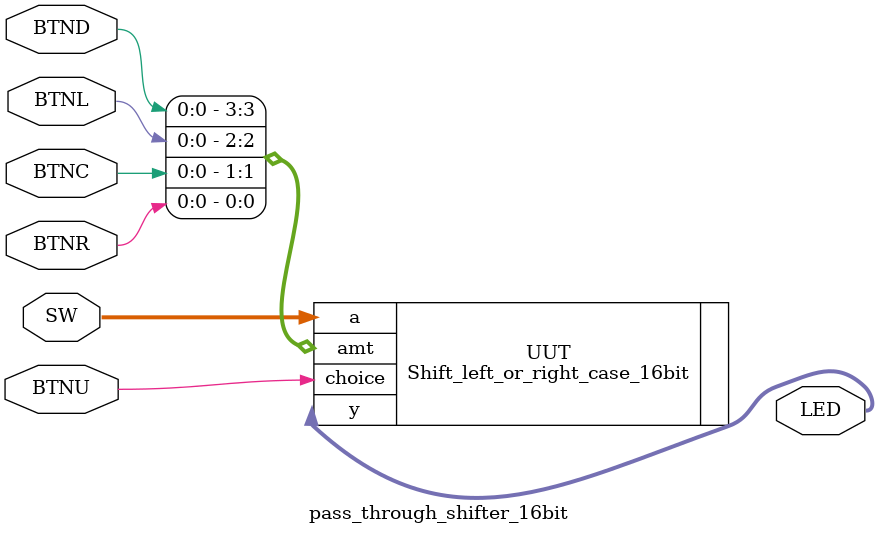
<source format=v>
`timescale 1ns / 1ps

module pass_through_shifter_16bit(
    input [15:0] SW,
    input BTNC,
    input BTNU,
    input BTNL,
    input BTNR,
    input BTND,
    output [15:0] LED
    );
    
Shift_left_or_right_case_16bit UUT(
    .a(SW),
    .amt({BTND,BTNL,BTNC,BTNR}),
    .choice(BTNU),
    .y(LED)
);

endmodule

</source>
